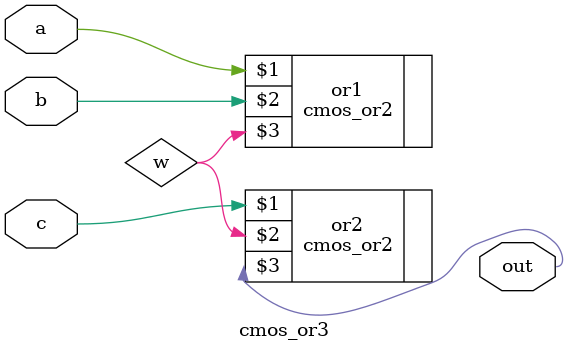
<source format=v>
module cmos_or3(input a, b, c, output out);
	wire w;
	// OR gate body, 3 input
	cmos_or2 or1(a, b, w);
	cmos_or2 or2(c, w, out);
endmodule


</source>
